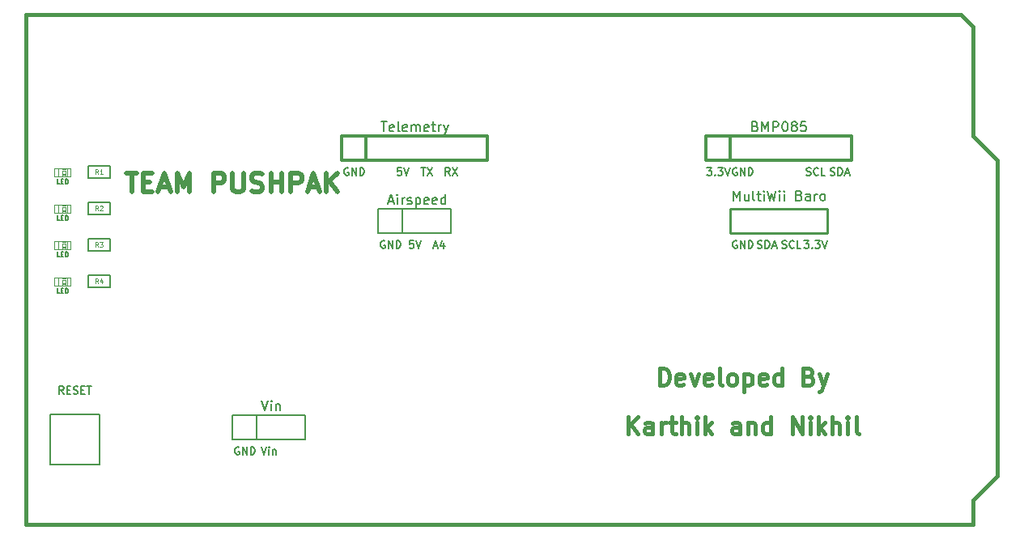
<source format=gto>
G04 (created by PCBNEW (2013-07-07 BZR 4022)-stable) date 15/2/14 1:46:04 AM*
%MOIN*%
G04 Gerber Fmt 3.4, Leading zero omitted, Abs format*
%FSLAX34Y34*%
G01*
G70*
G90*
G04 APERTURE LIST*
%ADD10C,0.00590551*%
%ADD11C,0.019685*%
%ADD12C,0.015748*%
%ADD13C,0.005*%
%ADD14C,0.01*%
%ADD15C,0.006*%
%ADD16C,0.012*%
%ADD17C,0.0026*%
%ADD18C,0.004*%
%ADD19C,0.015*%
%ADD20C,0.0045*%
%ADD21C,0.008*%
G04 APERTURE END LIST*
G54D10*
G54D11*
X53113Y-46031D02*
X53562Y-46031D01*
X53338Y-46818D02*
X53338Y-46031D01*
X53825Y-46406D02*
X54087Y-46406D01*
X54200Y-46818D02*
X53825Y-46818D01*
X53825Y-46031D01*
X54200Y-46031D01*
X54500Y-46593D02*
X54875Y-46593D01*
X54425Y-46818D02*
X54687Y-46031D01*
X54950Y-46818D01*
X55212Y-46818D02*
X55212Y-46031D01*
X55475Y-46593D01*
X55737Y-46031D01*
X55737Y-46818D01*
X56712Y-46818D02*
X56712Y-46031D01*
X57012Y-46031D01*
X57087Y-46068D01*
X57125Y-46106D01*
X57162Y-46181D01*
X57162Y-46293D01*
X57125Y-46368D01*
X57087Y-46406D01*
X57012Y-46443D01*
X56712Y-46443D01*
X57500Y-46031D02*
X57500Y-46668D01*
X57537Y-46743D01*
X57574Y-46781D01*
X57649Y-46818D01*
X57799Y-46818D01*
X57874Y-46781D01*
X57912Y-46743D01*
X57949Y-46668D01*
X57949Y-46031D01*
X58287Y-46781D02*
X58399Y-46818D01*
X58587Y-46818D01*
X58662Y-46781D01*
X58699Y-46743D01*
X58737Y-46668D01*
X58737Y-46593D01*
X58699Y-46518D01*
X58662Y-46481D01*
X58587Y-46443D01*
X58437Y-46406D01*
X58362Y-46368D01*
X58324Y-46331D01*
X58287Y-46256D01*
X58287Y-46181D01*
X58324Y-46106D01*
X58362Y-46068D01*
X58437Y-46031D01*
X58624Y-46031D01*
X58737Y-46068D01*
X59074Y-46818D02*
X59074Y-46031D01*
X59074Y-46406D02*
X59524Y-46406D01*
X59524Y-46818D02*
X59524Y-46031D01*
X59899Y-46818D02*
X59899Y-46031D01*
X60199Y-46031D01*
X60274Y-46068D01*
X60312Y-46106D01*
X60349Y-46181D01*
X60349Y-46293D01*
X60312Y-46368D01*
X60274Y-46406D01*
X60199Y-46443D01*
X59899Y-46443D01*
X60649Y-46593D02*
X61024Y-46593D01*
X60574Y-46818D02*
X60837Y-46031D01*
X61099Y-46818D01*
X61362Y-46818D02*
X61362Y-46031D01*
X61811Y-46818D02*
X61474Y-46368D01*
X61811Y-46031D02*
X61362Y-46481D01*
G54D12*
X73792Y-56786D02*
X73792Y-56078D01*
X74197Y-56786D02*
X73893Y-56381D01*
X74197Y-56078D02*
X73792Y-56483D01*
X74804Y-56786D02*
X74804Y-56415D01*
X74771Y-56348D01*
X74703Y-56314D01*
X74568Y-56314D01*
X74501Y-56348D01*
X74804Y-56753D02*
X74737Y-56786D01*
X74568Y-56786D01*
X74501Y-56753D01*
X74467Y-56685D01*
X74467Y-56618D01*
X74501Y-56550D01*
X74568Y-56516D01*
X74737Y-56516D01*
X74804Y-56483D01*
X75142Y-56786D02*
X75142Y-56314D01*
X75142Y-56449D02*
X75176Y-56381D01*
X75209Y-56348D01*
X75277Y-56314D01*
X75344Y-56314D01*
X75479Y-56314D02*
X75749Y-56314D01*
X75580Y-56078D02*
X75580Y-56685D01*
X75614Y-56753D01*
X75682Y-56786D01*
X75749Y-56786D01*
X75985Y-56786D02*
X75985Y-56078D01*
X76289Y-56786D02*
X76289Y-56415D01*
X76255Y-56348D01*
X76188Y-56314D01*
X76087Y-56314D01*
X76019Y-56348D01*
X75985Y-56381D01*
X76627Y-56786D02*
X76627Y-56314D01*
X76627Y-56078D02*
X76593Y-56111D01*
X76627Y-56145D01*
X76660Y-56111D01*
X76627Y-56078D01*
X76627Y-56145D01*
X76964Y-56786D02*
X76964Y-56078D01*
X77032Y-56516D02*
X77234Y-56786D01*
X77234Y-56314D02*
X76964Y-56584D01*
X78381Y-56786D02*
X78381Y-56415D01*
X78348Y-56348D01*
X78280Y-56314D01*
X78145Y-56314D01*
X78078Y-56348D01*
X78381Y-56753D02*
X78314Y-56786D01*
X78145Y-56786D01*
X78078Y-56753D01*
X78044Y-56685D01*
X78044Y-56618D01*
X78078Y-56550D01*
X78145Y-56516D01*
X78314Y-56516D01*
X78381Y-56483D01*
X78719Y-56314D02*
X78719Y-56786D01*
X78719Y-56381D02*
X78753Y-56348D01*
X78820Y-56314D01*
X78921Y-56314D01*
X78989Y-56348D01*
X79023Y-56415D01*
X79023Y-56786D01*
X79664Y-56786D02*
X79664Y-56078D01*
X79664Y-56753D02*
X79596Y-56786D01*
X79461Y-56786D01*
X79394Y-56753D01*
X79360Y-56719D01*
X79326Y-56651D01*
X79326Y-56449D01*
X79360Y-56381D01*
X79394Y-56348D01*
X79461Y-56314D01*
X79596Y-56314D01*
X79664Y-56348D01*
X80541Y-56786D02*
X80541Y-56078D01*
X80946Y-56786D01*
X80946Y-56078D01*
X81284Y-56786D02*
X81284Y-56314D01*
X81284Y-56078D02*
X81250Y-56111D01*
X81284Y-56145D01*
X81317Y-56111D01*
X81284Y-56078D01*
X81284Y-56145D01*
X81621Y-56786D02*
X81621Y-56078D01*
X81688Y-56516D02*
X81891Y-56786D01*
X81891Y-56314D02*
X81621Y-56584D01*
X82195Y-56786D02*
X82195Y-56078D01*
X82498Y-56786D02*
X82498Y-56415D01*
X82465Y-56348D01*
X82397Y-56314D01*
X82296Y-56314D01*
X82228Y-56348D01*
X82195Y-56381D01*
X82836Y-56786D02*
X82836Y-56314D01*
X82836Y-56078D02*
X82802Y-56111D01*
X82836Y-56145D01*
X82870Y-56111D01*
X82836Y-56078D01*
X82836Y-56145D01*
X83275Y-56786D02*
X83207Y-56753D01*
X83173Y-56685D01*
X83173Y-56078D01*
X75091Y-54786D02*
X75091Y-54078D01*
X75260Y-54078D01*
X75361Y-54111D01*
X75429Y-54179D01*
X75462Y-54246D01*
X75496Y-54381D01*
X75496Y-54483D01*
X75462Y-54618D01*
X75429Y-54685D01*
X75361Y-54753D01*
X75260Y-54786D01*
X75091Y-54786D01*
X76070Y-54753D02*
X76002Y-54786D01*
X75867Y-54786D01*
X75800Y-54753D01*
X75766Y-54685D01*
X75766Y-54415D01*
X75800Y-54348D01*
X75867Y-54314D01*
X76002Y-54314D01*
X76070Y-54348D01*
X76104Y-54415D01*
X76104Y-54483D01*
X75766Y-54550D01*
X76340Y-54314D02*
X76508Y-54786D01*
X76677Y-54314D01*
X77217Y-54753D02*
X77150Y-54786D01*
X77015Y-54786D01*
X76947Y-54753D01*
X76913Y-54685D01*
X76913Y-54415D01*
X76947Y-54348D01*
X77015Y-54314D01*
X77150Y-54314D01*
X77217Y-54348D01*
X77251Y-54415D01*
X77251Y-54483D01*
X76913Y-54550D01*
X77656Y-54786D02*
X77588Y-54753D01*
X77555Y-54685D01*
X77555Y-54078D01*
X78027Y-54786D02*
X77960Y-54753D01*
X77926Y-54719D01*
X77892Y-54651D01*
X77892Y-54449D01*
X77926Y-54381D01*
X77960Y-54348D01*
X78027Y-54314D01*
X78128Y-54314D01*
X78196Y-54348D01*
X78230Y-54381D01*
X78263Y-54449D01*
X78263Y-54651D01*
X78230Y-54719D01*
X78196Y-54753D01*
X78128Y-54786D01*
X78027Y-54786D01*
X78567Y-54314D02*
X78567Y-55023D01*
X78567Y-54348D02*
X78634Y-54314D01*
X78769Y-54314D01*
X78837Y-54348D01*
X78871Y-54381D01*
X78904Y-54449D01*
X78904Y-54651D01*
X78871Y-54719D01*
X78837Y-54753D01*
X78769Y-54786D01*
X78634Y-54786D01*
X78567Y-54753D01*
X79478Y-54753D02*
X79411Y-54786D01*
X79276Y-54786D01*
X79208Y-54753D01*
X79174Y-54685D01*
X79174Y-54415D01*
X79208Y-54348D01*
X79276Y-54314D01*
X79411Y-54314D01*
X79478Y-54348D01*
X79512Y-54415D01*
X79512Y-54483D01*
X79174Y-54550D01*
X80119Y-54786D02*
X80119Y-54078D01*
X80119Y-54753D02*
X80052Y-54786D01*
X79917Y-54786D01*
X79849Y-54753D01*
X79816Y-54719D01*
X79782Y-54651D01*
X79782Y-54449D01*
X79816Y-54381D01*
X79849Y-54348D01*
X79917Y-54314D01*
X80052Y-54314D01*
X80119Y-54348D01*
X81233Y-54415D02*
X81334Y-54449D01*
X81368Y-54483D01*
X81402Y-54550D01*
X81402Y-54651D01*
X81368Y-54719D01*
X81334Y-54753D01*
X81267Y-54786D01*
X80997Y-54786D01*
X80997Y-54078D01*
X81233Y-54078D01*
X81300Y-54111D01*
X81334Y-54145D01*
X81368Y-54213D01*
X81368Y-54280D01*
X81334Y-54348D01*
X81300Y-54381D01*
X81233Y-54415D01*
X80997Y-54415D01*
X81638Y-54314D02*
X81807Y-54786D01*
X81975Y-54314D02*
X81807Y-54786D01*
X81739Y-54955D01*
X81705Y-54989D01*
X81638Y-55023D01*
G54D10*
X50542Y-55127D02*
X50437Y-54977D01*
X50362Y-55127D02*
X50362Y-54812D01*
X50482Y-54812D01*
X50512Y-54827D01*
X50527Y-54842D01*
X50542Y-54872D01*
X50542Y-54917D01*
X50527Y-54947D01*
X50512Y-54962D01*
X50482Y-54977D01*
X50362Y-54977D01*
X50677Y-54962D02*
X50782Y-54962D01*
X50827Y-55127D02*
X50677Y-55127D01*
X50677Y-54812D01*
X50827Y-54812D01*
X50947Y-55112D02*
X50992Y-55127D01*
X51067Y-55127D01*
X51097Y-55112D01*
X51112Y-55097D01*
X51127Y-55067D01*
X51127Y-55037D01*
X51112Y-55007D01*
X51097Y-54992D01*
X51067Y-54977D01*
X51007Y-54962D01*
X50977Y-54947D01*
X50962Y-54932D01*
X50947Y-54902D01*
X50947Y-54872D01*
X50962Y-54842D01*
X50977Y-54827D01*
X51007Y-54812D01*
X51082Y-54812D01*
X51127Y-54827D01*
X51262Y-54962D02*
X51367Y-54962D01*
X51412Y-55127D02*
X51262Y-55127D01*
X51262Y-54812D01*
X51412Y-54812D01*
X51502Y-54812D02*
X51682Y-54812D01*
X51592Y-55127D02*
X51592Y-54812D01*
X81035Y-48812D02*
X81230Y-48812D01*
X81125Y-48932D01*
X81170Y-48932D01*
X81200Y-48947D01*
X81215Y-48962D01*
X81230Y-48992D01*
X81230Y-49067D01*
X81215Y-49097D01*
X81200Y-49112D01*
X81170Y-49127D01*
X81080Y-49127D01*
X81050Y-49112D01*
X81035Y-49097D01*
X81365Y-49097D02*
X81380Y-49112D01*
X81365Y-49127D01*
X81350Y-49112D01*
X81365Y-49097D01*
X81365Y-49127D01*
X81485Y-48812D02*
X81679Y-48812D01*
X81574Y-48932D01*
X81619Y-48932D01*
X81649Y-48947D01*
X81664Y-48962D01*
X81679Y-48992D01*
X81679Y-49067D01*
X81664Y-49097D01*
X81649Y-49112D01*
X81619Y-49127D01*
X81529Y-49127D01*
X81500Y-49112D01*
X81485Y-49097D01*
X81769Y-48812D02*
X81874Y-49127D01*
X81979Y-48812D01*
X79117Y-49112D02*
X79162Y-49127D01*
X79237Y-49127D01*
X79267Y-49112D01*
X79282Y-49097D01*
X79297Y-49067D01*
X79297Y-49037D01*
X79282Y-49007D01*
X79267Y-48992D01*
X79237Y-48977D01*
X79177Y-48962D01*
X79147Y-48947D01*
X79132Y-48932D01*
X79117Y-48902D01*
X79117Y-48872D01*
X79132Y-48842D01*
X79147Y-48827D01*
X79177Y-48812D01*
X79252Y-48812D01*
X79297Y-48827D01*
X79432Y-49127D02*
X79432Y-48812D01*
X79507Y-48812D01*
X79552Y-48827D01*
X79582Y-48857D01*
X79597Y-48887D01*
X79612Y-48947D01*
X79612Y-48992D01*
X79597Y-49052D01*
X79582Y-49082D01*
X79552Y-49112D01*
X79507Y-49127D01*
X79432Y-49127D01*
X79732Y-49037D02*
X79882Y-49037D01*
X79702Y-49127D02*
X79807Y-48812D01*
X79912Y-49127D01*
X80125Y-49112D02*
X80170Y-49127D01*
X80245Y-49127D01*
X80275Y-49112D01*
X80290Y-49097D01*
X80305Y-49067D01*
X80305Y-49037D01*
X80290Y-49007D01*
X80275Y-48992D01*
X80245Y-48977D01*
X80185Y-48962D01*
X80155Y-48947D01*
X80140Y-48932D01*
X80125Y-48902D01*
X80125Y-48872D01*
X80140Y-48842D01*
X80155Y-48827D01*
X80185Y-48812D01*
X80260Y-48812D01*
X80305Y-48827D01*
X80619Y-49097D02*
X80604Y-49112D01*
X80559Y-49127D01*
X80529Y-49127D01*
X80485Y-49112D01*
X80455Y-49082D01*
X80440Y-49052D01*
X80425Y-48992D01*
X80425Y-48947D01*
X80440Y-48887D01*
X80455Y-48857D01*
X80485Y-48827D01*
X80529Y-48812D01*
X80559Y-48812D01*
X80604Y-48827D01*
X80619Y-48842D01*
X80904Y-49127D02*
X80754Y-49127D01*
X80754Y-48812D01*
X82117Y-46112D02*
X82162Y-46127D01*
X82237Y-46127D01*
X82267Y-46112D01*
X82282Y-46097D01*
X82297Y-46067D01*
X82297Y-46037D01*
X82282Y-46007D01*
X82267Y-45992D01*
X82237Y-45977D01*
X82177Y-45962D01*
X82147Y-45947D01*
X82132Y-45932D01*
X82117Y-45902D01*
X82117Y-45872D01*
X82132Y-45842D01*
X82147Y-45827D01*
X82177Y-45812D01*
X82252Y-45812D01*
X82297Y-45827D01*
X82432Y-46127D02*
X82432Y-45812D01*
X82507Y-45812D01*
X82552Y-45827D01*
X82582Y-45857D01*
X82597Y-45887D01*
X82612Y-45947D01*
X82612Y-45992D01*
X82597Y-46052D01*
X82582Y-46082D01*
X82552Y-46112D01*
X82507Y-46127D01*
X82432Y-46127D01*
X82732Y-46037D02*
X82882Y-46037D01*
X82702Y-46127D02*
X82807Y-45812D01*
X82912Y-46127D01*
X81125Y-46112D02*
X81170Y-46127D01*
X81245Y-46127D01*
X81275Y-46112D01*
X81290Y-46097D01*
X81305Y-46067D01*
X81305Y-46037D01*
X81290Y-46007D01*
X81275Y-45992D01*
X81245Y-45977D01*
X81185Y-45962D01*
X81155Y-45947D01*
X81140Y-45932D01*
X81125Y-45902D01*
X81125Y-45872D01*
X81140Y-45842D01*
X81155Y-45827D01*
X81185Y-45812D01*
X81260Y-45812D01*
X81305Y-45827D01*
X81619Y-46097D02*
X81604Y-46112D01*
X81559Y-46127D01*
X81529Y-46127D01*
X81485Y-46112D01*
X81455Y-46082D01*
X81440Y-46052D01*
X81425Y-45992D01*
X81425Y-45947D01*
X81440Y-45887D01*
X81455Y-45857D01*
X81485Y-45827D01*
X81529Y-45812D01*
X81559Y-45812D01*
X81604Y-45827D01*
X81619Y-45842D01*
X81904Y-46127D02*
X81754Y-46127D01*
X81754Y-45812D01*
X77035Y-45812D02*
X77230Y-45812D01*
X77125Y-45932D01*
X77170Y-45932D01*
X77200Y-45947D01*
X77215Y-45962D01*
X77230Y-45992D01*
X77230Y-46067D01*
X77215Y-46097D01*
X77200Y-46112D01*
X77170Y-46127D01*
X77080Y-46127D01*
X77050Y-46112D01*
X77035Y-46097D01*
X77365Y-46097D02*
X77380Y-46112D01*
X77365Y-46127D01*
X77350Y-46112D01*
X77365Y-46097D01*
X77365Y-46127D01*
X77485Y-45812D02*
X77679Y-45812D01*
X77574Y-45932D01*
X77619Y-45932D01*
X77649Y-45947D01*
X77664Y-45962D01*
X77679Y-45992D01*
X77679Y-46067D01*
X77664Y-46097D01*
X77649Y-46112D01*
X77619Y-46127D01*
X77529Y-46127D01*
X77500Y-46112D01*
X77485Y-46097D01*
X77769Y-45812D02*
X77874Y-46127D01*
X77979Y-45812D01*
X66447Y-46127D02*
X66342Y-45977D01*
X66267Y-46127D02*
X66267Y-45812D01*
X66387Y-45812D01*
X66417Y-45827D01*
X66432Y-45842D01*
X66447Y-45872D01*
X66447Y-45917D01*
X66432Y-45947D01*
X66417Y-45962D01*
X66387Y-45977D01*
X66267Y-45977D01*
X66552Y-45812D02*
X66762Y-46127D01*
X66762Y-45812D02*
X66552Y-46127D01*
X65260Y-45812D02*
X65440Y-45812D01*
X65350Y-46127D02*
X65350Y-45812D01*
X65514Y-45812D02*
X65724Y-46127D01*
X65724Y-45812D02*
X65514Y-46127D01*
X64440Y-45812D02*
X64290Y-45812D01*
X64275Y-45962D01*
X64290Y-45947D01*
X64320Y-45932D01*
X64395Y-45932D01*
X64425Y-45947D01*
X64440Y-45962D01*
X64455Y-45992D01*
X64455Y-46067D01*
X64440Y-46097D01*
X64425Y-46112D01*
X64395Y-46127D01*
X64320Y-46127D01*
X64290Y-46112D01*
X64275Y-46097D01*
X64544Y-45812D02*
X64649Y-46127D01*
X64754Y-45812D01*
X65775Y-49037D02*
X65925Y-49037D01*
X65745Y-49127D02*
X65850Y-48812D01*
X65955Y-49127D01*
X66194Y-48917D02*
X66194Y-49127D01*
X66119Y-48797D02*
X66044Y-49022D01*
X66239Y-49022D01*
X64940Y-48812D02*
X64790Y-48812D01*
X64775Y-48962D01*
X64790Y-48947D01*
X64820Y-48932D01*
X64895Y-48932D01*
X64925Y-48947D01*
X64940Y-48962D01*
X64955Y-48992D01*
X64955Y-49067D01*
X64940Y-49097D01*
X64925Y-49112D01*
X64895Y-49127D01*
X64820Y-49127D01*
X64790Y-49112D01*
X64775Y-49097D01*
X65044Y-48812D02*
X65149Y-49127D01*
X65254Y-48812D01*
X78260Y-48827D02*
X78230Y-48812D01*
X78185Y-48812D01*
X78140Y-48827D01*
X78110Y-48857D01*
X78095Y-48887D01*
X78080Y-48947D01*
X78080Y-48992D01*
X78095Y-49052D01*
X78110Y-49082D01*
X78140Y-49112D01*
X78185Y-49127D01*
X78215Y-49127D01*
X78260Y-49112D01*
X78275Y-49097D01*
X78275Y-48992D01*
X78215Y-48992D01*
X78410Y-49127D02*
X78410Y-48812D01*
X78589Y-49127D01*
X78589Y-48812D01*
X78739Y-49127D02*
X78739Y-48812D01*
X78814Y-48812D01*
X78859Y-48827D01*
X78889Y-48857D01*
X78904Y-48887D01*
X78919Y-48947D01*
X78919Y-48992D01*
X78904Y-49052D01*
X78889Y-49082D01*
X78859Y-49112D01*
X78814Y-49127D01*
X78739Y-49127D01*
X78260Y-45827D02*
X78230Y-45812D01*
X78185Y-45812D01*
X78140Y-45827D01*
X78110Y-45857D01*
X78095Y-45887D01*
X78080Y-45947D01*
X78080Y-45992D01*
X78095Y-46052D01*
X78110Y-46082D01*
X78140Y-46112D01*
X78185Y-46127D01*
X78215Y-46127D01*
X78260Y-46112D01*
X78275Y-46097D01*
X78275Y-45992D01*
X78215Y-45992D01*
X78410Y-46127D02*
X78410Y-45812D01*
X78589Y-46127D01*
X78589Y-45812D01*
X78739Y-46127D02*
X78739Y-45812D01*
X78814Y-45812D01*
X78859Y-45827D01*
X78889Y-45857D01*
X78904Y-45887D01*
X78919Y-45947D01*
X78919Y-45992D01*
X78904Y-46052D01*
X78889Y-46082D01*
X78859Y-46112D01*
X78814Y-46127D01*
X78739Y-46127D01*
X62260Y-45827D02*
X62230Y-45812D01*
X62185Y-45812D01*
X62140Y-45827D01*
X62110Y-45857D01*
X62095Y-45887D01*
X62080Y-45947D01*
X62080Y-45992D01*
X62095Y-46052D01*
X62110Y-46082D01*
X62140Y-46112D01*
X62185Y-46127D01*
X62215Y-46127D01*
X62260Y-46112D01*
X62275Y-46097D01*
X62275Y-45992D01*
X62215Y-45992D01*
X62410Y-46127D02*
X62410Y-45812D01*
X62589Y-46127D01*
X62589Y-45812D01*
X62739Y-46127D02*
X62739Y-45812D01*
X62814Y-45812D01*
X62859Y-45827D01*
X62889Y-45857D01*
X62904Y-45887D01*
X62919Y-45947D01*
X62919Y-45992D01*
X62904Y-46052D01*
X62889Y-46082D01*
X62859Y-46112D01*
X62814Y-46127D01*
X62739Y-46127D01*
X58677Y-57312D02*
X58782Y-57627D01*
X58887Y-57312D01*
X58992Y-57627D02*
X58992Y-57417D01*
X58992Y-57312D02*
X58977Y-57327D01*
X58992Y-57342D01*
X59007Y-57327D01*
X58992Y-57312D01*
X58992Y-57342D01*
X59142Y-57417D02*
X59142Y-57627D01*
X59142Y-57447D02*
X59157Y-57432D01*
X59187Y-57417D01*
X59232Y-57417D01*
X59262Y-57432D01*
X59277Y-57462D01*
X59277Y-57627D01*
X57760Y-57327D02*
X57730Y-57312D01*
X57685Y-57312D01*
X57640Y-57327D01*
X57610Y-57357D01*
X57595Y-57387D01*
X57580Y-57447D01*
X57580Y-57492D01*
X57595Y-57552D01*
X57610Y-57582D01*
X57640Y-57612D01*
X57685Y-57627D01*
X57715Y-57627D01*
X57760Y-57612D01*
X57775Y-57597D01*
X57775Y-57492D01*
X57715Y-57492D01*
X57910Y-57627D02*
X57910Y-57312D01*
X58089Y-57627D01*
X58089Y-57312D01*
X58239Y-57627D02*
X58239Y-57312D01*
X58314Y-57312D01*
X58359Y-57327D01*
X58389Y-57357D01*
X58404Y-57387D01*
X58419Y-57447D01*
X58419Y-57492D01*
X58404Y-57552D01*
X58389Y-57582D01*
X58359Y-57612D01*
X58314Y-57627D01*
X58239Y-57627D01*
X63760Y-48827D02*
X63730Y-48812D01*
X63685Y-48812D01*
X63640Y-48827D01*
X63610Y-48857D01*
X63595Y-48887D01*
X63580Y-48947D01*
X63580Y-48992D01*
X63595Y-49052D01*
X63610Y-49082D01*
X63640Y-49112D01*
X63685Y-49127D01*
X63715Y-49127D01*
X63760Y-49112D01*
X63775Y-49097D01*
X63775Y-48992D01*
X63715Y-48992D01*
X63910Y-49127D02*
X63910Y-48812D01*
X64089Y-49127D01*
X64089Y-48812D01*
X64239Y-49127D02*
X64239Y-48812D01*
X64314Y-48812D01*
X64359Y-48827D01*
X64389Y-48857D01*
X64404Y-48887D01*
X64419Y-48947D01*
X64419Y-48992D01*
X64404Y-49052D01*
X64389Y-49082D01*
X64359Y-49112D01*
X64314Y-49127D01*
X64239Y-49127D01*
G54D13*
X52450Y-46250D02*
X51550Y-46250D01*
X51550Y-46250D02*
X51550Y-45750D01*
X51550Y-45750D02*
X52450Y-45750D01*
X52450Y-45750D02*
X52450Y-46250D01*
X52450Y-47750D02*
X51550Y-47750D01*
X51550Y-47750D02*
X51550Y-47250D01*
X51550Y-47250D02*
X52450Y-47250D01*
X52450Y-47250D02*
X52450Y-47750D01*
X52450Y-49250D02*
X51550Y-49250D01*
X51550Y-49250D02*
X51550Y-48750D01*
X51550Y-48750D02*
X52450Y-48750D01*
X52450Y-48750D02*
X52450Y-49250D01*
X52450Y-50750D02*
X51550Y-50750D01*
X51550Y-50750D02*
X51550Y-50250D01*
X51550Y-50250D02*
X52450Y-50250D01*
X52450Y-50250D02*
X52450Y-50750D01*
G54D14*
X82000Y-48500D02*
X78000Y-48500D01*
X82000Y-47500D02*
X78000Y-47500D01*
X78000Y-47500D02*
X78000Y-48500D01*
X82000Y-48500D02*
X82000Y-47500D01*
G54D15*
X57500Y-57000D02*
X57500Y-56000D01*
X57500Y-56000D02*
X60500Y-56000D01*
X60500Y-56000D02*
X60500Y-57000D01*
X60500Y-57000D02*
X57500Y-57000D01*
X58500Y-56000D02*
X58500Y-57000D01*
X63500Y-48500D02*
X63500Y-47500D01*
X63500Y-47500D02*
X66500Y-47500D01*
X66500Y-47500D02*
X66500Y-48500D01*
X66500Y-48500D02*
X63500Y-48500D01*
X64500Y-47500D02*
X64500Y-48500D01*
G54D16*
X62000Y-45500D02*
X62000Y-44500D01*
X62000Y-44500D02*
X68000Y-44500D01*
X68000Y-44500D02*
X68000Y-45500D01*
X68000Y-45500D02*
X62000Y-45500D01*
X63000Y-45500D02*
X63000Y-44500D01*
X77000Y-45500D02*
X77000Y-44500D01*
X77000Y-44500D02*
X83000Y-44500D01*
X83000Y-44500D02*
X83000Y-45500D01*
X83000Y-45500D02*
X77000Y-45500D01*
X78000Y-45500D02*
X78000Y-44500D01*
G54D13*
X49976Y-55976D02*
X52024Y-55976D01*
X52024Y-55976D02*
X52024Y-58024D01*
X52024Y-58024D02*
X49976Y-58024D01*
X49976Y-58024D02*
X49976Y-55976D01*
G54D17*
X50677Y-45823D02*
X50677Y-46177D01*
X50677Y-46177D02*
X50834Y-46177D01*
X50834Y-45823D02*
X50834Y-46177D01*
X50677Y-45823D02*
X50834Y-45823D01*
X50166Y-45823D02*
X50166Y-46177D01*
X50166Y-46177D02*
X50323Y-46177D01*
X50323Y-45823D02*
X50323Y-46177D01*
X50166Y-45823D02*
X50323Y-45823D01*
X50500Y-45823D02*
X50500Y-45882D01*
X50500Y-45882D02*
X50618Y-45882D01*
X50618Y-45823D02*
X50618Y-45882D01*
X50500Y-45823D02*
X50618Y-45823D01*
X50500Y-46118D02*
X50500Y-46177D01*
X50500Y-46177D02*
X50618Y-46177D01*
X50618Y-46118D02*
X50618Y-46177D01*
X50500Y-46118D02*
X50618Y-46118D01*
X50500Y-45941D02*
X50500Y-46059D01*
X50500Y-46059D02*
X50618Y-46059D01*
X50618Y-45941D02*
X50618Y-46059D01*
X50500Y-45941D02*
X50618Y-45941D01*
G54D18*
X50677Y-45843D02*
X50323Y-45843D01*
X50677Y-46157D02*
X50323Y-46157D01*
G54D17*
X50677Y-47323D02*
X50677Y-47677D01*
X50677Y-47677D02*
X50834Y-47677D01*
X50834Y-47323D02*
X50834Y-47677D01*
X50677Y-47323D02*
X50834Y-47323D01*
X50166Y-47323D02*
X50166Y-47677D01*
X50166Y-47677D02*
X50323Y-47677D01*
X50323Y-47323D02*
X50323Y-47677D01*
X50166Y-47323D02*
X50323Y-47323D01*
X50500Y-47323D02*
X50500Y-47382D01*
X50500Y-47382D02*
X50618Y-47382D01*
X50618Y-47323D02*
X50618Y-47382D01*
X50500Y-47323D02*
X50618Y-47323D01*
X50500Y-47618D02*
X50500Y-47677D01*
X50500Y-47677D02*
X50618Y-47677D01*
X50618Y-47618D02*
X50618Y-47677D01*
X50500Y-47618D02*
X50618Y-47618D01*
X50500Y-47441D02*
X50500Y-47559D01*
X50500Y-47559D02*
X50618Y-47559D01*
X50618Y-47441D02*
X50618Y-47559D01*
X50500Y-47441D02*
X50618Y-47441D01*
G54D18*
X50677Y-47343D02*
X50323Y-47343D01*
X50677Y-47657D02*
X50323Y-47657D01*
G54D17*
X50677Y-48823D02*
X50677Y-49177D01*
X50677Y-49177D02*
X50834Y-49177D01*
X50834Y-48823D02*
X50834Y-49177D01*
X50677Y-48823D02*
X50834Y-48823D01*
X50166Y-48823D02*
X50166Y-49177D01*
X50166Y-49177D02*
X50323Y-49177D01*
X50323Y-48823D02*
X50323Y-49177D01*
X50166Y-48823D02*
X50323Y-48823D01*
X50500Y-48823D02*
X50500Y-48882D01*
X50500Y-48882D02*
X50618Y-48882D01*
X50618Y-48823D02*
X50618Y-48882D01*
X50500Y-48823D02*
X50618Y-48823D01*
X50500Y-49118D02*
X50500Y-49177D01*
X50500Y-49177D02*
X50618Y-49177D01*
X50618Y-49118D02*
X50618Y-49177D01*
X50500Y-49118D02*
X50618Y-49118D01*
X50500Y-48941D02*
X50500Y-49059D01*
X50500Y-49059D02*
X50618Y-49059D01*
X50618Y-48941D02*
X50618Y-49059D01*
X50500Y-48941D02*
X50618Y-48941D01*
G54D18*
X50677Y-48843D02*
X50323Y-48843D01*
X50677Y-49157D02*
X50323Y-49157D01*
G54D17*
X50677Y-50323D02*
X50677Y-50677D01*
X50677Y-50677D02*
X50834Y-50677D01*
X50834Y-50323D02*
X50834Y-50677D01*
X50677Y-50323D02*
X50834Y-50323D01*
X50166Y-50323D02*
X50166Y-50677D01*
X50166Y-50677D02*
X50323Y-50677D01*
X50323Y-50323D02*
X50323Y-50677D01*
X50166Y-50323D02*
X50323Y-50323D01*
X50500Y-50323D02*
X50500Y-50382D01*
X50500Y-50382D02*
X50618Y-50382D01*
X50618Y-50323D02*
X50618Y-50382D01*
X50500Y-50323D02*
X50618Y-50323D01*
X50500Y-50618D02*
X50500Y-50677D01*
X50500Y-50677D02*
X50618Y-50677D01*
X50618Y-50618D02*
X50618Y-50677D01*
X50500Y-50618D02*
X50618Y-50618D01*
X50500Y-50441D02*
X50500Y-50559D01*
X50500Y-50559D02*
X50618Y-50559D01*
X50618Y-50441D02*
X50618Y-50559D01*
X50500Y-50441D02*
X50618Y-50441D01*
G54D18*
X50677Y-50343D02*
X50323Y-50343D01*
X50677Y-50657D02*
X50323Y-50657D01*
G54D19*
X88000Y-60500D02*
X49000Y-60500D01*
X87500Y-39500D02*
X49000Y-39500D01*
X88000Y-44500D02*
X88000Y-40000D01*
X88000Y-40000D02*
X87500Y-39500D01*
X49000Y-60500D02*
X49000Y-39500D01*
X88000Y-44500D02*
X89000Y-45500D01*
X89000Y-45500D02*
X89000Y-58500D01*
X89000Y-58500D02*
X88000Y-59500D01*
X88000Y-59500D02*
X88000Y-60500D01*
G54D20*
X51970Y-46080D02*
X51910Y-45985D01*
X51867Y-46080D02*
X51867Y-45880D01*
X51935Y-45880D01*
X51952Y-45890D01*
X51961Y-45900D01*
X51970Y-45919D01*
X51970Y-45947D01*
X51961Y-45966D01*
X51952Y-45976D01*
X51935Y-45985D01*
X51867Y-45985D01*
X52141Y-46080D02*
X52038Y-46080D01*
X52090Y-46080D02*
X52090Y-45880D01*
X52072Y-45909D01*
X52055Y-45928D01*
X52038Y-45938D01*
X51970Y-47580D02*
X51910Y-47485D01*
X51867Y-47580D02*
X51867Y-47380D01*
X51935Y-47380D01*
X51952Y-47390D01*
X51961Y-47400D01*
X51970Y-47419D01*
X51970Y-47447D01*
X51961Y-47466D01*
X51952Y-47476D01*
X51935Y-47485D01*
X51867Y-47485D01*
X52038Y-47400D02*
X52047Y-47390D01*
X52064Y-47380D01*
X52107Y-47380D01*
X52124Y-47390D01*
X52132Y-47400D01*
X52141Y-47419D01*
X52141Y-47438D01*
X52132Y-47466D01*
X52030Y-47580D01*
X52141Y-47580D01*
X51970Y-49080D02*
X51910Y-48985D01*
X51867Y-49080D02*
X51867Y-48880D01*
X51935Y-48880D01*
X51952Y-48890D01*
X51961Y-48900D01*
X51970Y-48919D01*
X51970Y-48947D01*
X51961Y-48966D01*
X51952Y-48976D01*
X51935Y-48985D01*
X51867Y-48985D01*
X52030Y-48880D02*
X52141Y-48880D01*
X52081Y-48957D01*
X52107Y-48957D01*
X52124Y-48966D01*
X52132Y-48976D01*
X52141Y-48995D01*
X52141Y-49042D01*
X52132Y-49061D01*
X52124Y-49071D01*
X52107Y-49080D01*
X52055Y-49080D01*
X52038Y-49071D01*
X52030Y-49061D01*
X51970Y-50580D02*
X51910Y-50485D01*
X51867Y-50580D02*
X51867Y-50380D01*
X51935Y-50380D01*
X51952Y-50390D01*
X51961Y-50400D01*
X51970Y-50419D01*
X51970Y-50447D01*
X51961Y-50466D01*
X51952Y-50476D01*
X51935Y-50485D01*
X51867Y-50485D01*
X52124Y-50447D02*
X52124Y-50580D01*
X52081Y-50371D02*
X52038Y-50514D01*
X52150Y-50514D01*
G54D21*
X78114Y-47161D02*
X78114Y-46761D01*
X78247Y-47047D01*
X78380Y-46761D01*
X78380Y-47161D01*
X78742Y-46895D02*
X78742Y-47161D01*
X78571Y-46895D02*
X78571Y-47104D01*
X78590Y-47142D01*
X78628Y-47161D01*
X78685Y-47161D01*
X78723Y-47142D01*
X78742Y-47123D01*
X78990Y-47161D02*
X78952Y-47142D01*
X78933Y-47104D01*
X78933Y-46761D01*
X79085Y-46895D02*
X79238Y-46895D01*
X79142Y-46761D02*
X79142Y-47104D01*
X79161Y-47142D01*
X79200Y-47161D01*
X79238Y-47161D01*
X79371Y-47161D02*
X79371Y-46895D01*
X79371Y-46761D02*
X79352Y-46780D01*
X79371Y-46800D01*
X79390Y-46780D01*
X79371Y-46761D01*
X79371Y-46800D01*
X79523Y-46761D02*
X79619Y-47161D01*
X79695Y-46876D01*
X79771Y-47161D01*
X79866Y-46761D01*
X80019Y-47161D02*
X80019Y-46895D01*
X80019Y-46761D02*
X80000Y-46780D01*
X80019Y-46800D01*
X80038Y-46780D01*
X80019Y-46761D01*
X80019Y-46800D01*
X80209Y-47161D02*
X80209Y-46895D01*
X80209Y-46761D02*
X80190Y-46780D01*
X80209Y-46800D01*
X80228Y-46780D01*
X80209Y-46761D01*
X80209Y-46800D01*
X80838Y-46952D02*
X80895Y-46971D01*
X80914Y-46990D01*
X80933Y-47028D01*
X80933Y-47085D01*
X80914Y-47123D01*
X80895Y-47142D01*
X80857Y-47161D01*
X80704Y-47161D01*
X80704Y-46761D01*
X80838Y-46761D01*
X80876Y-46780D01*
X80895Y-46800D01*
X80914Y-46838D01*
X80914Y-46876D01*
X80895Y-46914D01*
X80876Y-46933D01*
X80838Y-46952D01*
X80704Y-46952D01*
X81276Y-47161D02*
X81276Y-46952D01*
X81257Y-46914D01*
X81219Y-46895D01*
X81142Y-46895D01*
X81104Y-46914D01*
X81276Y-47142D02*
X81238Y-47161D01*
X81142Y-47161D01*
X81104Y-47142D01*
X81085Y-47104D01*
X81085Y-47066D01*
X81104Y-47028D01*
X81142Y-47009D01*
X81238Y-47009D01*
X81276Y-46990D01*
X81466Y-47161D02*
X81466Y-46895D01*
X81466Y-46971D02*
X81485Y-46933D01*
X81504Y-46914D01*
X81542Y-46895D01*
X81580Y-46895D01*
X81771Y-47161D02*
X81733Y-47142D01*
X81714Y-47123D01*
X81695Y-47085D01*
X81695Y-46971D01*
X81714Y-46933D01*
X81733Y-46914D01*
X81771Y-46895D01*
X81828Y-46895D01*
X81866Y-46914D01*
X81885Y-46933D01*
X81904Y-46971D01*
X81904Y-47085D01*
X81885Y-47123D01*
X81866Y-47142D01*
X81828Y-47161D01*
X81771Y-47161D01*
G54D15*
X58690Y-55411D02*
X58823Y-55811D01*
X58957Y-55411D01*
X59090Y-55811D02*
X59090Y-55545D01*
X59090Y-55411D02*
X59071Y-55430D01*
X59090Y-55450D01*
X59109Y-55430D01*
X59090Y-55411D01*
X59090Y-55450D01*
X59280Y-55545D02*
X59280Y-55811D01*
X59280Y-55583D02*
X59300Y-55564D01*
X59338Y-55545D01*
X59395Y-55545D01*
X59433Y-55564D01*
X59452Y-55602D01*
X59452Y-55811D01*
X63919Y-47197D02*
X64109Y-47197D01*
X63880Y-47311D02*
X64014Y-46911D01*
X64147Y-47311D01*
X64280Y-47311D02*
X64280Y-47045D01*
X64280Y-46911D02*
X64261Y-46930D01*
X64280Y-46950D01*
X64300Y-46930D01*
X64280Y-46911D01*
X64280Y-46950D01*
X64471Y-47311D02*
X64471Y-47045D01*
X64471Y-47121D02*
X64490Y-47083D01*
X64509Y-47064D01*
X64547Y-47045D01*
X64585Y-47045D01*
X64700Y-47292D02*
X64738Y-47311D01*
X64814Y-47311D01*
X64852Y-47292D01*
X64871Y-47254D01*
X64871Y-47235D01*
X64852Y-47197D01*
X64814Y-47178D01*
X64757Y-47178D01*
X64719Y-47159D01*
X64700Y-47121D01*
X64700Y-47102D01*
X64719Y-47064D01*
X64757Y-47045D01*
X64814Y-47045D01*
X64852Y-47064D01*
X65042Y-47045D02*
X65042Y-47445D01*
X65042Y-47064D02*
X65080Y-47045D01*
X65157Y-47045D01*
X65195Y-47064D01*
X65214Y-47083D01*
X65233Y-47121D01*
X65233Y-47235D01*
X65214Y-47273D01*
X65195Y-47292D01*
X65157Y-47311D01*
X65080Y-47311D01*
X65042Y-47292D01*
X65557Y-47292D02*
X65519Y-47311D01*
X65442Y-47311D01*
X65404Y-47292D01*
X65385Y-47254D01*
X65385Y-47102D01*
X65404Y-47064D01*
X65442Y-47045D01*
X65519Y-47045D01*
X65557Y-47064D01*
X65576Y-47102D01*
X65576Y-47140D01*
X65385Y-47178D01*
X65900Y-47292D02*
X65861Y-47311D01*
X65785Y-47311D01*
X65747Y-47292D01*
X65728Y-47254D01*
X65728Y-47102D01*
X65747Y-47064D01*
X65785Y-47045D01*
X65861Y-47045D01*
X65900Y-47064D01*
X65919Y-47102D01*
X65919Y-47140D01*
X65728Y-47178D01*
X66261Y-47311D02*
X66261Y-46911D01*
X66261Y-47292D02*
X66223Y-47311D01*
X66147Y-47311D01*
X66109Y-47292D01*
X66090Y-47273D01*
X66071Y-47235D01*
X66071Y-47121D01*
X66090Y-47083D01*
X66109Y-47064D01*
X66147Y-47045D01*
X66223Y-47045D01*
X66261Y-47064D01*
G54D21*
X63609Y-43911D02*
X63838Y-43911D01*
X63723Y-44311D02*
X63723Y-43911D01*
X64123Y-44292D02*
X64085Y-44311D01*
X64009Y-44311D01*
X63971Y-44292D01*
X63952Y-44254D01*
X63952Y-44102D01*
X63971Y-44064D01*
X64009Y-44045D01*
X64085Y-44045D01*
X64123Y-44064D01*
X64142Y-44102D01*
X64142Y-44140D01*
X63952Y-44178D01*
X64371Y-44311D02*
X64333Y-44292D01*
X64314Y-44254D01*
X64314Y-43911D01*
X64676Y-44292D02*
X64638Y-44311D01*
X64561Y-44311D01*
X64523Y-44292D01*
X64504Y-44254D01*
X64504Y-44102D01*
X64523Y-44064D01*
X64561Y-44045D01*
X64638Y-44045D01*
X64676Y-44064D01*
X64695Y-44102D01*
X64695Y-44140D01*
X64504Y-44178D01*
X64866Y-44311D02*
X64866Y-44045D01*
X64866Y-44083D02*
X64885Y-44064D01*
X64923Y-44045D01*
X64980Y-44045D01*
X65019Y-44064D01*
X65038Y-44102D01*
X65038Y-44311D01*
X65038Y-44102D02*
X65057Y-44064D01*
X65095Y-44045D01*
X65152Y-44045D01*
X65190Y-44064D01*
X65209Y-44102D01*
X65209Y-44311D01*
X65552Y-44292D02*
X65514Y-44311D01*
X65438Y-44311D01*
X65400Y-44292D01*
X65380Y-44254D01*
X65380Y-44102D01*
X65400Y-44064D01*
X65438Y-44045D01*
X65514Y-44045D01*
X65552Y-44064D01*
X65571Y-44102D01*
X65571Y-44140D01*
X65380Y-44178D01*
X65685Y-44045D02*
X65838Y-44045D01*
X65742Y-43911D02*
X65742Y-44254D01*
X65761Y-44292D01*
X65800Y-44311D01*
X65838Y-44311D01*
X65971Y-44311D02*
X65971Y-44045D01*
X65971Y-44121D02*
X65990Y-44083D01*
X66009Y-44064D01*
X66047Y-44045D01*
X66085Y-44045D01*
X66180Y-44045D02*
X66276Y-44311D01*
X66371Y-44045D02*
X66276Y-44311D01*
X66238Y-44407D01*
X66219Y-44426D01*
X66180Y-44445D01*
X79028Y-44102D02*
X79085Y-44121D01*
X79104Y-44140D01*
X79123Y-44178D01*
X79123Y-44235D01*
X79104Y-44273D01*
X79085Y-44292D01*
X79047Y-44311D01*
X78895Y-44311D01*
X78895Y-43911D01*
X79028Y-43911D01*
X79066Y-43930D01*
X79085Y-43950D01*
X79104Y-43988D01*
X79104Y-44026D01*
X79085Y-44064D01*
X79066Y-44083D01*
X79028Y-44102D01*
X78895Y-44102D01*
X79295Y-44311D02*
X79295Y-43911D01*
X79428Y-44197D01*
X79561Y-43911D01*
X79561Y-44311D01*
X79752Y-44311D02*
X79752Y-43911D01*
X79904Y-43911D01*
X79942Y-43930D01*
X79961Y-43950D01*
X79980Y-43988D01*
X79980Y-44045D01*
X79961Y-44083D01*
X79942Y-44102D01*
X79904Y-44121D01*
X79752Y-44121D01*
X80228Y-43911D02*
X80266Y-43911D01*
X80304Y-43930D01*
X80323Y-43950D01*
X80342Y-43988D01*
X80361Y-44064D01*
X80361Y-44159D01*
X80342Y-44235D01*
X80323Y-44273D01*
X80304Y-44292D01*
X80266Y-44311D01*
X80228Y-44311D01*
X80190Y-44292D01*
X80171Y-44273D01*
X80152Y-44235D01*
X80133Y-44159D01*
X80133Y-44064D01*
X80152Y-43988D01*
X80171Y-43950D01*
X80190Y-43930D01*
X80228Y-43911D01*
X80590Y-44083D02*
X80552Y-44064D01*
X80533Y-44045D01*
X80514Y-44007D01*
X80514Y-43988D01*
X80533Y-43950D01*
X80552Y-43930D01*
X80590Y-43911D01*
X80666Y-43911D01*
X80704Y-43930D01*
X80723Y-43950D01*
X80742Y-43988D01*
X80742Y-44007D01*
X80723Y-44045D01*
X80704Y-44064D01*
X80666Y-44083D01*
X80590Y-44083D01*
X80552Y-44102D01*
X80533Y-44121D01*
X80514Y-44159D01*
X80514Y-44235D01*
X80533Y-44273D01*
X80552Y-44292D01*
X80590Y-44311D01*
X80666Y-44311D01*
X80704Y-44292D01*
X80723Y-44273D01*
X80742Y-44235D01*
X80742Y-44159D01*
X80723Y-44121D01*
X80704Y-44102D01*
X80666Y-44083D01*
X81104Y-43911D02*
X80914Y-43911D01*
X80895Y-44102D01*
X80914Y-44083D01*
X80952Y-44064D01*
X81047Y-44064D01*
X81085Y-44083D01*
X81104Y-44102D01*
X81123Y-44140D01*
X81123Y-44235D01*
X81104Y-44273D01*
X81085Y-44292D01*
X81047Y-44311D01*
X80952Y-44311D01*
X80914Y-44292D01*
X80895Y-44273D01*
G54D13*
X50371Y-46480D02*
X50276Y-46480D01*
X50276Y-46280D01*
X50438Y-46376D02*
X50504Y-46376D01*
X50533Y-46480D02*
X50438Y-46480D01*
X50438Y-46280D01*
X50533Y-46280D01*
X50619Y-46480D02*
X50619Y-46280D01*
X50666Y-46280D01*
X50695Y-46290D01*
X50714Y-46309D01*
X50723Y-46328D01*
X50733Y-46366D01*
X50733Y-46395D01*
X50723Y-46433D01*
X50714Y-46452D01*
X50695Y-46471D01*
X50666Y-46480D01*
X50619Y-46480D01*
X50371Y-47980D02*
X50276Y-47980D01*
X50276Y-47780D01*
X50438Y-47876D02*
X50504Y-47876D01*
X50533Y-47980D02*
X50438Y-47980D01*
X50438Y-47780D01*
X50533Y-47780D01*
X50619Y-47980D02*
X50619Y-47780D01*
X50666Y-47780D01*
X50695Y-47790D01*
X50714Y-47809D01*
X50723Y-47828D01*
X50733Y-47866D01*
X50733Y-47895D01*
X50723Y-47933D01*
X50714Y-47952D01*
X50695Y-47971D01*
X50666Y-47980D01*
X50619Y-47980D01*
X50371Y-49480D02*
X50276Y-49480D01*
X50276Y-49280D01*
X50438Y-49376D02*
X50504Y-49376D01*
X50533Y-49480D02*
X50438Y-49480D01*
X50438Y-49280D01*
X50533Y-49280D01*
X50619Y-49480D02*
X50619Y-49280D01*
X50666Y-49280D01*
X50695Y-49290D01*
X50714Y-49309D01*
X50723Y-49328D01*
X50733Y-49366D01*
X50733Y-49395D01*
X50723Y-49433D01*
X50714Y-49452D01*
X50695Y-49471D01*
X50666Y-49480D01*
X50619Y-49480D01*
X50371Y-50980D02*
X50276Y-50980D01*
X50276Y-50780D01*
X50438Y-50876D02*
X50504Y-50876D01*
X50533Y-50980D02*
X50438Y-50980D01*
X50438Y-50780D01*
X50533Y-50780D01*
X50619Y-50980D02*
X50619Y-50780D01*
X50666Y-50780D01*
X50695Y-50790D01*
X50714Y-50809D01*
X50723Y-50828D01*
X50733Y-50866D01*
X50733Y-50895D01*
X50723Y-50933D01*
X50714Y-50952D01*
X50695Y-50971D01*
X50666Y-50980D01*
X50619Y-50980D01*
M02*

</source>
